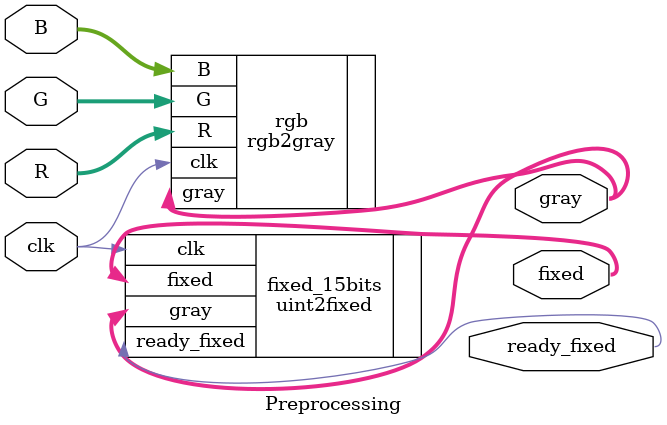
<source format=sv>
module Preprocessing(input logic clk,
                     input logic [width_RGB-1:0] R, G, B,   //RGB inputs
                     output logic ready_fixed,
                     output logic [width_RGB-1:0] gray,   //only for DEMOs
                     output logic [width_fixed-1:0] fixed);   //cenn_values in fixed point [-1,1]
    
    parameter width_RGB = 8;
    parameter width_fixed = 15;
    parameter int_part_begin = 10;  //10th bit
    
    //RGB to GRAY
    rgb2gray rgb(.clk, .R, .B, .G,
                 .gray);
                 
    defparam rgb.width = width_RGB;
    
    //GRAY to Fixed point 15 bits (1 bit for signed - 5 bits for integers - 9 bits for fractional)
    uint2fixed fixed_15bits(.clk, .gray,
                            .ready_fixed, .fixed);
    
    defparam fixed_15bits.width_uint = width_RGB;
    defparam fixed_15bits.width_fixed = width_fixed;
    defparam fixed_15bits.position_int_part= int_part_begin;
    
endmodule

</source>
